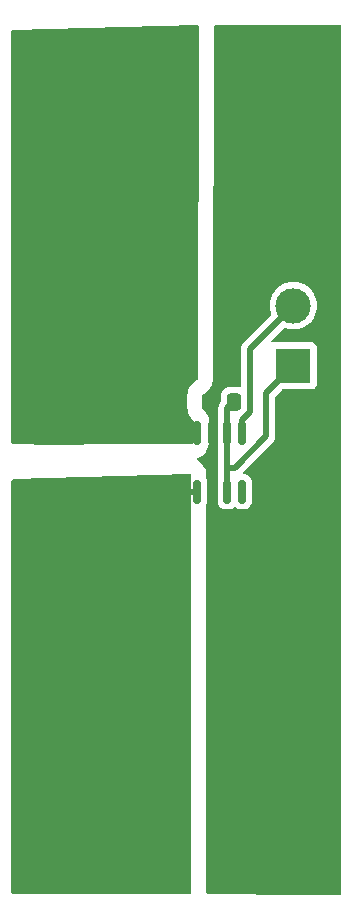
<source format=gbr>
%TF.GenerationSoftware,KiCad,Pcbnew,7.0.1*%
%TF.CreationDate,2023-04-03T21:17:08-03:00*%
%TF.ProjectId,main,6d61696e-2e6b-4696-9361-645f70636258,rev?*%
%TF.SameCoordinates,Original*%
%TF.FileFunction,Copper,L1,Top*%
%TF.FilePolarity,Positive*%
%FSLAX46Y46*%
G04 Gerber Fmt 4.6, Leading zero omitted, Abs format (unit mm)*
G04 Created by KiCad (PCBNEW 7.0.1) date 2023-04-03 21:17:08*
%MOMM*%
%LPD*%
G01*
G04 APERTURE LIST*
G04 Aperture macros list*
%AMRoundRect*
0 Rectangle with rounded corners*
0 $1 Rounding radius*
0 $2 $3 $4 $5 $6 $7 $8 $9 X,Y pos of 4 corners*
0 Add a 4 corners polygon primitive as box body*
4,1,4,$2,$3,$4,$5,$6,$7,$8,$9,$2,$3,0*
0 Add four circle primitives for the rounded corners*
1,1,$1+$1,$2,$3*
1,1,$1+$1,$4,$5*
1,1,$1+$1,$6,$7*
1,1,$1+$1,$8,$9*
0 Add four rect primitives between the rounded corners*
20,1,$1+$1,$2,$3,$4,$5,0*
20,1,$1+$1,$4,$5,$6,$7,0*
20,1,$1+$1,$6,$7,$8,$9,0*
20,1,$1+$1,$8,$9,$2,$3,0*%
G04 Aperture macros list end*
%TA.AperFunction,SMDPad,CuDef*%
%ADD10RoundRect,0.150000X0.150000X-0.825000X0.150000X0.825000X-0.150000X0.825000X-0.150000X-0.825000X0*%
%TD*%
%TA.AperFunction,SMDPad,CuDef*%
%ADD11RoundRect,0.699595X1.895405X-1.364205X1.895405X1.364205X-1.895405X1.364205X-1.895405X-1.364205X0*%
%TD*%
%TA.AperFunction,SMDPad,CuDef*%
%ADD12RoundRect,0.665154X1.993346X-1.297046X1.993346X1.297046X-1.993346X1.297046X-1.993346X-1.297046X0*%
%TD*%
%TA.AperFunction,SMDPad,CuDef*%
%ADD13RoundRect,0.699595X-1.895405X1.364205X-1.895405X-1.364205X1.895405X-1.364205X1.895405X1.364205X0*%
%TD*%
%TA.AperFunction,SMDPad,CuDef*%
%ADD14RoundRect,0.665154X-1.993346X1.297046X-1.993346X-1.297046X1.993346X-1.297046X1.993346X1.297046X0*%
%TD*%
%TA.AperFunction,ComponentPad*%
%ADD15R,3.000000X3.000000*%
%TD*%
%TA.AperFunction,ComponentPad*%
%ADD16C,3.000000*%
%TD*%
%TA.AperFunction,ComponentPad*%
%ADD17R,13.000000X13.000000*%
%TD*%
%TA.AperFunction,SMDPad,CuDef*%
%ADD18RoundRect,0.250000X0.337500X0.475000X-0.337500X0.475000X-0.337500X-0.475000X0.337500X-0.475000X0*%
%TD*%
%TA.AperFunction,ViaPad*%
%ADD19C,1.200000*%
%TD*%
%TA.AperFunction,Conductor*%
%ADD20C,0.508000*%
%TD*%
G04 APERTURE END LIST*
D10*
%TO.P,U101,8,+*%
%TO.N,/+Vshunt*%
X122428000Y-60582000D03*
%TO.P,U101,7,REF1*%
%TO.N,GND*%
X123698000Y-60582000D03*
%TO.P,U101,6,V+*%
%TO.N,VCC*%
X124968000Y-60582000D03*
%TO.P,U101,5*%
%TO.N,/Vout*%
X126238000Y-60582000D03*
%TO.P,U101,4,NC*%
%TO.N,unconnected-(U101-NC-Pad4)*%
X126238000Y-65532000D03*
%TO.P,U101,3,REF2*%
%TO.N,VCC*%
X124968000Y-65532000D03*
%TO.P,U101,2,GND*%
%TO.N,GND*%
X123698000Y-65532000D03*
%TO.P,U101,1,-*%
%TO.N,/-Vshunt*%
X122428000Y-65532000D03*
%TD*%
D11*
%TO.P,R102,2*%
%TO.N,/+Vshunt*%
X110697500Y-59537600D03*
D12*
%TO.P,R102,1*%
%TO.N,/-Vshunt*%
X110761000Y-66611600D03*
%TD*%
D13*
%TO.P,R101,2*%
%TO.N,/-Vshunt*%
X117919500Y-66510000D03*
D14*
%TO.P,R101,1*%
%TO.N,/+Vshunt*%
X117856000Y-59436000D03*
%TD*%
D15*
%TO.P,J101,1,Pin_1*%
%TO.N,VCC*%
X130556000Y-54864000D03*
D16*
%TO.P,J101,2,Pin_2*%
%TO.N,/Vout*%
X130556000Y-49784000D03*
%TO.P,J101,3,Pin_3*%
%TO.N,GND*%
X130556000Y-44704000D03*
%TD*%
D17*
%TO.P,H102,1,1*%
%TO.N,/-Vshunt*%
X114046000Y-81280000D03*
%TD*%
%TO.P,H101,1,1*%
%TO.N,/+Vshunt*%
X114300000Y-43180000D03*
%TD*%
D18*
%TO.P,C101,2*%
%TO.N,GND*%
X123444000Y-57912000D03*
%TO.P,C101,1*%
%TO.N,VCC*%
X125519000Y-57912000D03*
%TD*%
D19*
%TO.N,/-Vshunt*%
X109855000Y-69850000D03*
X114935000Y-69850000D03*
X117475000Y-69850000D03*
X107315000Y-69850000D03*
X111125000Y-69850000D03*
X116205000Y-69850000D03*
X113665000Y-69850000D03*
X118745000Y-69850000D03*
X108585000Y-69850000D03*
X112395000Y-69850000D03*
X120015000Y-69850000D03*
X121285000Y-69850000D03*
%TO.N,/+Vshunt*%
X121285000Y-55880000D03*
X120015000Y-55880000D03*
X118745000Y-55880000D03*
X117475000Y-55880000D03*
X116205000Y-55880000D03*
X114935000Y-55880000D03*
X113665000Y-55880000D03*
X112395000Y-55880000D03*
X111125000Y-55880000D03*
X109855000Y-55880000D03*
X108585000Y-55880000D03*
X107315000Y-55880000D03*
%TD*%
D20*
%TO.N,VCC*%
X124968000Y-63500000D02*
X125589237Y-63500000D01*
X125589237Y-63500000D02*
X128270000Y-60819237D01*
X128270000Y-60819237D02*
X128270000Y-57150000D01*
X128270000Y-57150000D02*
X130556000Y-54864000D01*
X124968000Y-63500000D02*
X124968000Y-62992000D01*
X124968000Y-65532000D02*
X124968000Y-63500000D01*
%TO.N,/+Vshunt*%
X122428000Y-60582000D02*
X119002000Y-60582000D01*
X119002000Y-60582000D02*
X117856000Y-59436000D01*
%TO.N,/-Vshunt*%
X122428000Y-65532000D02*
X118897500Y-65532000D01*
X118897500Y-65532000D02*
X117919500Y-66510000D01*
%TO.N,/Vout*%
X126238000Y-60582000D02*
X126238000Y-59436684D01*
X126238000Y-59436684D02*
X126868500Y-58806184D01*
X126868500Y-58806184D02*
X126868500Y-53471500D01*
X126868500Y-53471500D02*
X130556000Y-49784000D01*
%TO.N,GND*%
X123444000Y-57912000D02*
X123444000Y-57743316D01*
X123444000Y-57743316D02*
X125476000Y-55711316D01*
X125476000Y-55711316D02*
X125476000Y-49784000D01*
X125476000Y-49784000D02*
X130556000Y-44704000D01*
%TO.N,VCC*%
X124968000Y-62992000D02*
X124968000Y-60582000D01*
X124968000Y-60582000D02*
X124968000Y-58463000D01*
X124968000Y-58463000D02*
X125519000Y-57912000D01*
%TO.N,GND*%
X123698000Y-60582000D02*
X123698000Y-58166000D01*
X123698000Y-58166000D02*
X123444000Y-57912000D01*
X123698000Y-60582000D02*
X123698000Y-65532000D01*
%TD*%
%TA.AperFunction,Conductor*%
%TO.N,/-Vshunt*%
G36*
X121855677Y-64027370D02*
G01*
X121902715Y-64072914D01*
X121920000Y-64136065D01*
X121920000Y-99444000D01*
X121903387Y-99506000D01*
X121858000Y-99551387D01*
X121796000Y-99568000D01*
X106804500Y-99568000D01*
X106742500Y-99551387D01*
X106697113Y-99506000D01*
X106680500Y-99444000D01*
X106680500Y-64619662D01*
X106696453Y-64558820D01*
X106740206Y-64513632D01*
X106800502Y-64495726D01*
X121792002Y-64012129D01*
X121855677Y-64027370D01*
G37*
%TD.AperFunction*%
%TD*%
%TA.AperFunction,Conductor*%
%TO.N,/+Vshunt*%
G36*
X122490947Y-26053729D02*
G01*
X122537581Y-26099421D01*
X122554542Y-26162466D01*
X122447636Y-55989064D01*
X122431534Y-56049729D01*
X122387787Y-56094737D01*
X122214839Y-56199288D01*
X122027846Y-56358346D01*
X121868788Y-56545339D01*
X121741781Y-56755434D01*
X121650123Y-56983175D01*
X121596185Y-57222670D01*
X121586000Y-57366929D01*
X121586000Y-58457069D01*
X121596185Y-58601328D01*
X121650123Y-58840824D01*
X121665500Y-58879030D01*
X121741782Y-59068567D01*
X121868786Y-59278657D01*
X121957585Y-59383052D01*
X122027848Y-59465657D01*
X122086345Y-59515414D01*
X122119902Y-59560843D01*
X122129830Y-59616442D01*
X122127500Y-59660315D01*
X122127501Y-61344000D01*
X122110888Y-61406000D01*
X122065501Y-61451387D01*
X122003501Y-61468000D01*
X106804500Y-61468000D01*
X106742500Y-61451387D01*
X106697113Y-61406000D01*
X106680500Y-61344000D01*
X106680500Y-26537047D01*
X106696620Y-26475908D01*
X106740790Y-26430665D01*
X106801523Y-26413083D01*
X122427569Y-26038058D01*
X122490947Y-26053729D01*
G37*
%TD.AperFunction*%
%TD*%
%TA.AperFunction,Conductor*%
%TO.N,GND*%
G36*
X134557500Y-26052113D02*
G01*
X134602887Y-26097500D01*
X134619500Y-26159500D01*
X134619500Y-99569749D01*
X134602680Y-99632107D01*
X134556783Y-99677547D01*
X134494261Y-99693742D01*
X131493816Y-99663738D01*
X123317609Y-99581975D01*
X123253813Y-99563557D01*
X123208667Y-99514865D01*
X123195115Y-99449864D01*
X123195500Y-99444000D01*
X123195500Y-66609492D01*
X123200423Y-66574898D01*
X123203094Y-66565703D01*
X123233562Y-66460831D01*
X123236500Y-66423502D01*
X123236500Y-66423499D01*
X124159500Y-66423499D01*
X124162438Y-66460834D01*
X124208854Y-66620600D01*
X124293547Y-66763808D01*
X124411191Y-66881452D01*
X124554399Y-66966145D01*
X124714165Y-67012561D01*
X124714169Y-67012562D01*
X124751498Y-67015500D01*
X125184499Y-67015500D01*
X125184502Y-67015500D01*
X125221831Y-67012562D01*
X125381601Y-66966145D01*
X125471890Y-66912748D01*
X125538291Y-66873479D01*
X125540144Y-66876612D01*
X125570894Y-66858851D01*
X125635106Y-66858851D01*
X125665855Y-66876612D01*
X125667709Y-66873479D01*
X125824399Y-66966145D01*
X125984165Y-67012561D01*
X125984169Y-67012562D01*
X126021498Y-67015500D01*
X126454499Y-67015500D01*
X126454502Y-67015500D01*
X126491831Y-67012562D01*
X126651601Y-66966145D01*
X126794807Y-66881453D01*
X126912453Y-66763807D01*
X126997145Y-66620601D01*
X127043562Y-66460831D01*
X127046500Y-66423502D01*
X127046500Y-64640498D01*
X127043562Y-64603169D01*
X126997145Y-64443399D01*
X126912453Y-64300193D01*
X126912452Y-64300191D01*
X126794808Y-64182547D01*
X126651600Y-64097854D01*
X126491834Y-64051438D01*
X126473166Y-64049969D01*
X126454502Y-64048500D01*
X126454499Y-64048500D01*
X126418435Y-64048500D01*
X126362140Y-64034985D01*
X126318117Y-63997385D01*
X126295962Y-63943898D01*
X126300504Y-63886182D01*
X126330754Y-63836819D01*
X127434985Y-62732588D01*
X128763504Y-61404069D01*
X128777129Y-61392294D01*
X128796822Y-61377635D01*
X128829239Y-61338999D01*
X128836527Y-61331046D01*
X128840573Y-61327002D01*
X128860151Y-61302239D01*
X128862355Y-61299534D01*
X128911396Y-61241090D01*
X128911398Y-61241084D01*
X128912126Y-61240218D01*
X128922916Y-61223280D01*
X128923390Y-61222263D01*
X128923395Y-61222257D01*
X128955630Y-61153126D01*
X128957187Y-61149912D01*
X128991394Y-61081803D01*
X128991394Y-61081800D01*
X128991902Y-61080790D01*
X128998494Y-61061825D01*
X128998723Y-61060714D01*
X128998725Y-61060711D01*
X129014146Y-60986018D01*
X129014924Y-60982516D01*
X129019218Y-60964399D01*
X129032500Y-60908360D01*
X129032500Y-60908357D01*
X129032758Y-60907268D01*
X129034801Y-60887275D01*
X129034768Y-60886149D01*
X129034769Y-60886146D01*
X129032551Y-60809947D01*
X129032500Y-60806343D01*
X129032500Y-57517199D01*
X129041939Y-57469746D01*
X129068819Y-57429518D01*
X129589518Y-56908819D01*
X129629746Y-56881939D01*
X129677199Y-56872500D01*
X132104634Y-56872500D01*
X132104638Y-56872500D01*
X132165201Y-56865989D01*
X132165203Y-56865988D01*
X132165205Y-56865988D01*
X132243124Y-56836924D01*
X132302204Y-56814889D01*
X132419261Y-56727261D01*
X132506889Y-56610204D01*
X132537091Y-56529230D01*
X132557988Y-56473205D01*
X132557988Y-56473203D01*
X132557989Y-56473201D01*
X132564500Y-56412638D01*
X132564500Y-53315362D01*
X132557989Y-53254799D01*
X132557988Y-53254797D01*
X132557988Y-53254794D01*
X132506889Y-53117796D01*
X132419261Y-53000738D01*
X132302203Y-52913110D01*
X132165205Y-52862011D01*
X132134919Y-52858755D01*
X132104638Y-52855500D01*
X129007362Y-52855500D01*
X128958911Y-52860708D01*
X128946798Y-52862011D01*
X128858132Y-52895082D01*
X128791911Y-52900769D01*
X128732265Y-52871444D01*
X128696332Y-52815530D01*
X128694434Y-52749093D01*
X128727115Y-52691221D01*
X129721450Y-51696886D01*
X129762330Y-51669740D01*
X129810542Y-51660577D01*
X129858530Y-51670835D01*
X129881823Y-51680953D01*
X130146404Y-51755085D01*
X130418615Y-51792500D01*
X130693385Y-51792500D01*
X130965596Y-51755085D01*
X131230177Y-51680953D01*
X131482200Y-51571484D01*
X131716969Y-51428718D01*
X131930111Y-51255314D01*
X132117657Y-51054502D01*
X132170474Y-50979675D01*
X132276109Y-50830027D01*
X132284125Y-50814555D01*
X132402523Y-50586058D01*
X132494538Y-50327153D01*
X132550442Y-50058130D01*
X132569193Y-49784000D01*
X132550442Y-49509870D01*
X132494538Y-49240847D01*
X132402523Y-48981942D01*
X132341320Y-48863826D01*
X132276109Y-48737972D01*
X132117658Y-48513499D01*
X131930111Y-48312686D01*
X131930110Y-48312685D01*
X131716969Y-48139282D01*
X131482200Y-47996516D01*
X131230177Y-47887047D01*
X131097886Y-47849981D01*
X130965594Y-47812914D01*
X130693385Y-47775500D01*
X130418615Y-47775500D01*
X130146405Y-47812914D01*
X129929798Y-47873604D01*
X129881823Y-47887047D01*
X129881821Y-47887047D01*
X129881820Y-47887048D01*
X129629799Y-47996516D01*
X129395032Y-48139281D01*
X129181888Y-48312686D01*
X128994341Y-48513499D01*
X128835890Y-48737972D01*
X128709475Y-48981945D01*
X128617461Y-49240846D01*
X128561558Y-49509867D01*
X128542806Y-49783999D01*
X128561558Y-50058132D01*
X128617461Y-50327153D01*
X128674361Y-50487252D01*
X128678479Y-50556075D01*
X128645202Y-50616458D01*
X126375000Y-52886660D01*
X126361370Y-52898439D01*
X126341677Y-52913100D01*
X126309262Y-52951730D01*
X126301971Y-52959689D01*
X126297928Y-52963732D01*
X126278359Y-52988480D01*
X126276086Y-52991270D01*
X126226382Y-53050506D01*
X126215574Y-53067472D01*
X126182892Y-53137557D01*
X126181322Y-53140801D01*
X126146602Y-53209936D01*
X126140001Y-53228929D01*
X126124364Y-53304658D01*
X126123584Y-53308176D01*
X126105741Y-53383467D01*
X126103698Y-53403461D01*
X126105948Y-53480788D01*
X126106000Y-53484394D01*
X126106000Y-56561512D01*
X126087222Y-56627120D01*
X126036574Y-56672857D01*
X125969398Y-56684870D01*
X125907045Y-56678500D01*
X125130955Y-56678500D01*
X125027074Y-56689112D01*
X124858763Y-56744884D01*
X124707845Y-56837971D01*
X124582471Y-56963345D01*
X124489384Y-57114263D01*
X124433612Y-57282573D01*
X124423000Y-57386456D01*
X124423000Y-57879792D01*
X124416125Y-57920507D01*
X124396263Y-57956707D01*
X124377858Y-57979981D01*
X124375586Y-57982770D01*
X124325882Y-58042006D01*
X124315074Y-58058972D01*
X124282392Y-58129057D01*
X124280822Y-58132301D01*
X124246102Y-58201436D01*
X124239501Y-58220429D01*
X124223864Y-58296158D01*
X124223084Y-58299676D01*
X124205241Y-58374967D01*
X124203198Y-58394961D01*
X124205448Y-58472288D01*
X124205500Y-58475894D01*
X124205500Y-59487297D01*
X124200577Y-59521891D01*
X124162438Y-59653168D01*
X124159500Y-59690501D01*
X124159500Y-61473499D01*
X124162438Y-61510831D01*
X124200577Y-61642109D01*
X124205500Y-61676703D01*
X124205500Y-63474208D01*
X124205290Y-63481418D01*
X124201607Y-63544636D01*
X124203616Y-63556025D01*
X124205500Y-63577558D01*
X124205500Y-64437297D01*
X124200577Y-64471891D01*
X124162438Y-64603168D01*
X124159500Y-64640501D01*
X124159500Y-66423499D01*
X123236500Y-66423499D01*
X123236500Y-64640498D01*
X123233562Y-64603169D01*
X123200423Y-64489102D01*
X123195500Y-64454508D01*
X123195500Y-64136073D01*
X123195500Y-64136065D01*
X123184137Y-63966186D01*
X123150249Y-63799335D01*
X123132964Y-63736184D01*
X123123274Y-63710144D01*
X123053838Y-63523533D01*
X122938283Y-63328267D01*
X122789958Y-63156561D01*
X122742925Y-63111022D01*
X122566537Y-62968324D01*
X122426150Y-62891247D01*
X122384234Y-62853650D01*
X122363267Y-62801392D01*
X122367571Y-62745249D01*
X122396259Y-62696799D01*
X122443414Y-62666031D01*
X122604552Y-62607382D01*
X122797099Y-62496215D01*
X122967416Y-62353302D01*
X123012803Y-62307915D01*
X123155716Y-62137598D01*
X123266883Y-61945051D01*
X123342926Y-61736126D01*
X123359539Y-61674126D01*
X123392089Y-61510487D01*
X123403001Y-61343999D01*
X123403000Y-59697440D01*
X123403175Y-59690864D01*
X123403534Y-59684096D01*
X123403535Y-59684086D01*
X123402893Y-59537638D01*
X123385469Y-59392230D01*
X123375541Y-59336631D01*
X123326632Y-59147681D01*
X123249468Y-58968406D01*
X123249467Y-58968404D01*
X123249466Y-58968402D01*
X123197661Y-58885704D01*
X123145855Y-58803003D01*
X123112298Y-58757574D01*
X123018671Y-58644972D01*
X122946750Y-58576302D01*
X122937938Y-58566971D01*
X122913552Y-58538302D01*
X122901889Y-58522112D01*
X122891779Y-58505388D01*
X122882863Y-58487535D01*
X122875567Y-58469407D01*
X122869632Y-58450362D01*
X122864528Y-58427699D01*
X122861500Y-58400462D01*
X122861500Y-57423537D01*
X122864529Y-57396296D01*
X122866745Y-57386456D01*
X122869634Y-57373628D01*
X122875564Y-57354596D01*
X122882866Y-57336453D01*
X122891766Y-57318632D01*
X122901896Y-57301874D01*
X122913550Y-57285698D01*
X122926213Y-57270812D01*
X122940313Y-57256712D01*
X122955196Y-57244052D01*
X122971383Y-57232390D01*
X123047653Y-57186285D01*
X123181525Y-57093176D01*
X123302423Y-56983748D01*
X123346170Y-56938740D01*
X123483811Y-56770571D01*
X123590906Y-56581477D01*
X123629785Y-56473201D01*
X123664346Y-56376952D01*
X123680446Y-56316293D01*
X123680449Y-56316283D01*
X123712121Y-56156326D01*
X123723128Y-55993636D01*
X123732447Y-53393602D01*
X123830049Y-26162908D01*
X123830984Y-26162911D01*
X123843909Y-26102064D01*
X123889564Y-26053438D01*
X123953805Y-26035500D01*
X134495500Y-26035500D01*
X134557500Y-26052113D01*
G37*
%TD.AperFunction*%
%TD*%
M02*

</source>
